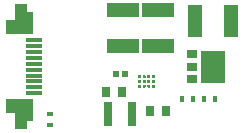
<source format=gtp>
G04*
G04 #@! TF.GenerationSoftware,Altium Limited,Altium Designer,21.6.4 (81)*
G04*
G04 Layer_Color=8421504*
%FSLAX44Y44*%
%MOMM*%
G71*
G04*
G04 #@! TF.SameCoordinates,4107C3E3-393E-48B2-8F04-51D99C162D70*
G04*
G04*
G04 #@! TF.FilePolarity,Positive*
G04*
G01*
G75*
%ADD12R,2.3000X1.2500*%
%ADD13R,1.6000X1.9500*%
%ADD14R,1.1000X2.6500*%
%ADD15R,1.6000X1.9500*%
%ADD16R,1.1000X2.6500*%
%ADD17R,1.4050X0.3050*%
%ADD18R,1.0000X1.0000*%
%ADD19R,0.5200X0.5200*%
%ADD20R,0.9500X0.7500*%
%ADD21R,2.0500X2.8000*%
%ADD22R,0.4500X0.5500*%
%ADD23R,0.5500X0.4500*%
%ADD24R,1.1500X2.7000*%
%ADD25R,0.7000X0.9000*%
%ADD26R,2.7000X1.1500*%
%ADD27R,0.8000X2.0000*%
G36*
X139033Y42674D02*
X139174Y42533D01*
X139250Y42349D01*
Y42250D01*
Y40750D01*
Y40651D01*
X139174Y40467D01*
X139033Y40326D01*
X138849Y40250D01*
X137151D01*
X136967Y40326D01*
X136826Y40467D01*
X136750Y40651D01*
Y40750D01*
Y42250D01*
Y42349D01*
X136826Y42533D01*
X136967Y42674D01*
X137151Y42750D01*
X138849D01*
X139033Y42674D01*
D02*
G37*
G36*
X135033D02*
X135174Y42533D01*
X135250Y42349D01*
Y42250D01*
Y40750D01*
Y40651D01*
X135174Y40467D01*
X135033Y40326D01*
X134850Y40250D01*
X133151D01*
X132967Y40326D01*
X132826Y40467D01*
X132750Y40651D01*
Y40750D01*
Y42250D01*
Y42349D01*
X132826Y42533D01*
X132967Y42674D01*
X133151Y42750D01*
X134850D01*
X135033Y42674D01*
D02*
G37*
G36*
X139033Y38674D02*
X139174Y38533D01*
X139250Y38349D01*
Y38250D01*
Y36750D01*
Y36651D01*
X139174Y36467D01*
X139033Y36326D01*
X138849Y36250D01*
X137151D01*
X136967Y36326D01*
X136826Y36467D01*
X136750Y36651D01*
Y36750D01*
Y38250D01*
Y38349D01*
X136826Y38533D01*
X136967Y38674D01*
X137151Y38750D01*
X138849D01*
X139033Y38674D01*
D02*
G37*
G36*
X135033D02*
X135174Y38533D01*
X135250Y38349D01*
Y38250D01*
Y36750D01*
Y36651D01*
X135174Y36467D01*
X135033Y36326D01*
X134850Y36250D01*
X133151D01*
X132967Y36326D01*
X132826Y36467D01*
X132750Y36651D01*
Y36750D01*
Y38250D01*
Y38349D01*
X132826Y38533D01*
X132967Y38674D01*
X133151Y38750D01*
X134850D01*
X135033Y38674D01*
D02*
G37*
G36*
X139033Y34674D02*
X139174Y34533D01*
X139250Y34349D01*
Y34250D01*
Y32750D01*
Y32650D01*
X139174Y32467D01*
X139033Y32326D01*
X138849Y32250D01*
X137151D01*
X136967Y32326D01*
X136826Y32467D01*
X136750Y32650D01*
Y32750D01*
Y34250D01*
Y34349D01*
X136826Y34533D01*
X136967Y34674D01*
X137151Y34750D01*
X138849D01*
X139033Y34674D01*
D02*
G37*
G36*
X135033D02*
X135174Y34533D01*
X135250Y34349D01*
Y34250D01*
Y32750D01*
Y32650D01*
X135174Y32467D01*
X135033Y32326D01*
X134850Y32250D01*
X133151D01*
X132967Y32326D01*
X132826Y32467D01*
X132750Y32650D01*
Y32750D01*
Y34250D01*
Y34349D01*
X132826Y34533D01*
X132967Y34674D01*
X133151Y34750D01*
X134850D01*
X135033Y34674D01*
D02*
G37*
G36*
X147033Y42674D02*
X147174Y42533D01*
X147250Y42349D01*
Y42250D01*
Y40750D01*
Y40651D01*
X147174Y40467D01*
X147033Y40326D01*
X146849Y40250D01*
X145151D01*
X144967Y40326D01*
X144826Y40467D01*
X144750Y40651D01*
Y40750D01*
Y42250D01*
Y42349D01*
X144826Y42533D01*
X144967Y42674D01*
X145151Y42750D01*
X146849D01*
X147033Y42674D01*
D02*
G37*
G36*
X143033D02*
X143174Y42533D01*
X143250Y42349D01*
Y42250D01*
Y40750D01*
Y40651D01*
X143174Y40467D01*
X143033Y40326D01*
X142850Y40250D01*
X141151D01*
X140967Y40326D01*
X140826Y40467D01*
X140750Y40651D01*
Y40750D01*
Y42250D01*
Y42349D01*
X140826Y42533D01*
X140967Y42674D01*
X141151Y42750D01*
X142850D01*
X143033Y42674D01*
D02*
G37*
G36*
X147033Y38674D02*
X147174Y38533D01*
X147250Y38349D01*
Y38250D01*
Y36750D01*
Y36651D01*
X147174Y36467D01*
X147033Y36326D01*
X146849Y36250D01*
X145151D01*
X144967Y36326D01*
X144826Y36467D01*
X144750Y36651D01*
Y36750D01*
Y38250D01*
Y38349D01*
X144826Y38533D01*
X144967Y38674D01*
X145151Y38750D01*
X146849D01*
X147033Y38674D01*
D02*
G37*
G36*
X143033D02*
X143174Y38533D01*
X143250Y38349D01*
Y38250D01*
Y36750D01*
Y36651D01*
X143174Y36467D01*
X143033Y36326D01*
X142850Y36250D01*
X141151D01*
X140967Y36326D01*
X140826Y36467D01*
X140750Y36651D01*
Y36750D01*
Y38250D01*
Y38349D01*
X140826Y38533D01*
X140967Y38674D01*
X141151Y38750D01*
X142850D01*
X143033Y38674D01*
D02*
G37*
G36*
X147033Y34674D02*
X147174Y34533D01*
X147250Y34349D01*
Y34250D01*
Y32750D01*
Y32650D01*
X147174Y32467D01*
X147033Y32326D01*
X146849Y32250D01*
X145151D01*
X144967Y32326D01*
X144826Y32467D01*
X144750Y32650D01*
Y32750D01*
Y34250D01*
Y34349D01*
X144826Y34533D01*
X144967Y34674D01*
X145151Y34750D01*
X146849D01*
X147033Y34674D01*
D02*
G37*
G36*
X143033D02*
X143174Y34533D01*
X143250Y34349D01*
Y34250D01*
Y32750D01*
Y32650D01*
X143174Y32467D01*
X143033Y32326D01*
X142850Y32250D01*
X141151D01*
X140967Y32326D01*
X140826Y32467D01*
X140750Y32650D01*
Y32750D01*
Y34250D01*
Y34349D01*
X140826Y34533D01*
X140967Y34674D01*
X141151Y34750D01*
X142850D01*
X143033Y34674D01*
D02*
G37*
D12*
X32445Y16665D02*
D03*
X32446Y83165D02*
D03*
D13*
X35945Y13165D02*
D03*
D14*
X33445Y9665D02*
D03*
D15*
X35945Y86665D02*
D03*
D16*
X33445Y90165D02*
D03*
D17*
X44945Y27415D02*
D03*
D03*
Y32415D02*
D03*
Y37415D02*
D03*
Y42415D02*
D03*
Y47415D02*
D03*
Y52415D02*
D03*
Y57415D02*
D03*
Y62415D02*
D03*
Y67415D02*
D03*
Y72415D02*
D03*
D18*
X35135Y12925D02*
D03*
X35055Y87075D02*
D03*
D19*
X122250Y43500D02*
D03*
X114250D02*
D03*
D20*
X178750Y39750D02*
D03*
Y50000D02*
D03*
Y60250D02*
D03*
D21*
X196250Y50000D02*
D03*
D22*
X170500Y22500D02*
D03*
X179500D02*
D03*
X197750D02*
D03*
X188750D02*
D03*
D23*
X58500Y500D02*
D03*
Y9500D02*
D03*
D24*
X181500Y88500D02*
D03*
X211500D02*
D03*
D25*
X143000Y12500D02*
D03*
X157000D02*
D03*
X105500Y28500D02*
D03*
X119500D02*
D03*
D26*
X150000Y97500D02*
D03*
Y67500D02*
D03*
X120000D02*
D03*
Y97500D02*
D03*
D27*
X107500Y10000D02*
D03*
X127500D02*
D03*
M02*

</source>
